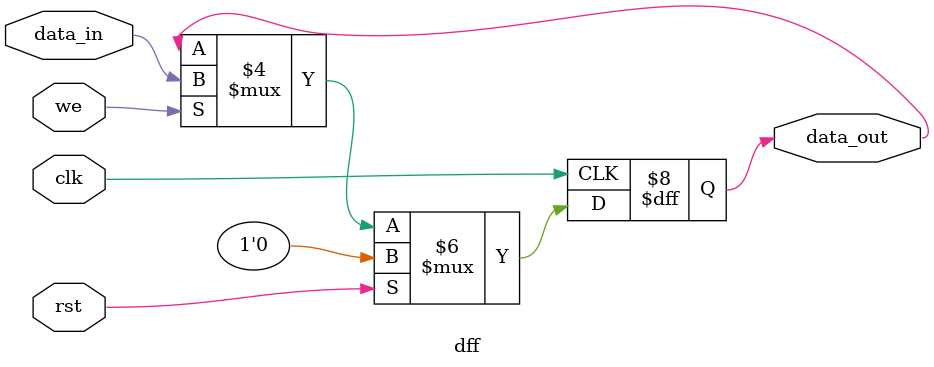
<source format=sv>
module dff(
    input clk,
    input rst,
    input data_in,
    input we,
    output logic data_out
);

always_ff @(posedge clk) begin
    if(!rst) begin
        if(we) begin
            data_out <= data_in;
        end
    end
    else begin
        data_out <= 0;
    end
end

endmodule: dff

</source>
